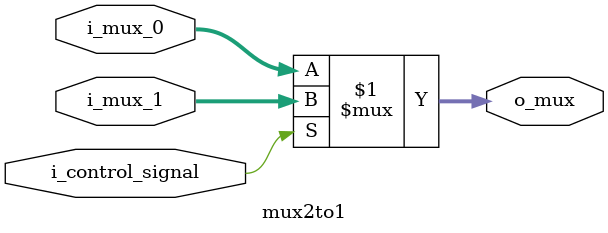
<source format=sv>
/* Copyright (c) 2024 Maveric NU. All rights reserved. */

// ------------------------------------------------------
// This is a 2-to-1 mux module to choose Memory address.
// It can choose either PCNext or calculated result.
// ------------------------------------------------------

module mux2to1
// Parameters. 
#(
    parameter WIDTH = 64
) 
// Port decleration.
(
    // Input interface.
    input  logic                 i_control_signal,
    input  logic [ WIDTH - 1:0 ] i_mux_0,
    input  logic [ WIDTH - 1:0 ] i_mux_1,

    // Output interface.
    output logic [ WIDTH - 1:0 ] o_mux
);

    // MUX logic.
    assign o_mux = i_control_signal ? i_mux_1 : i_mux_0;
    
endmodule

</source>
